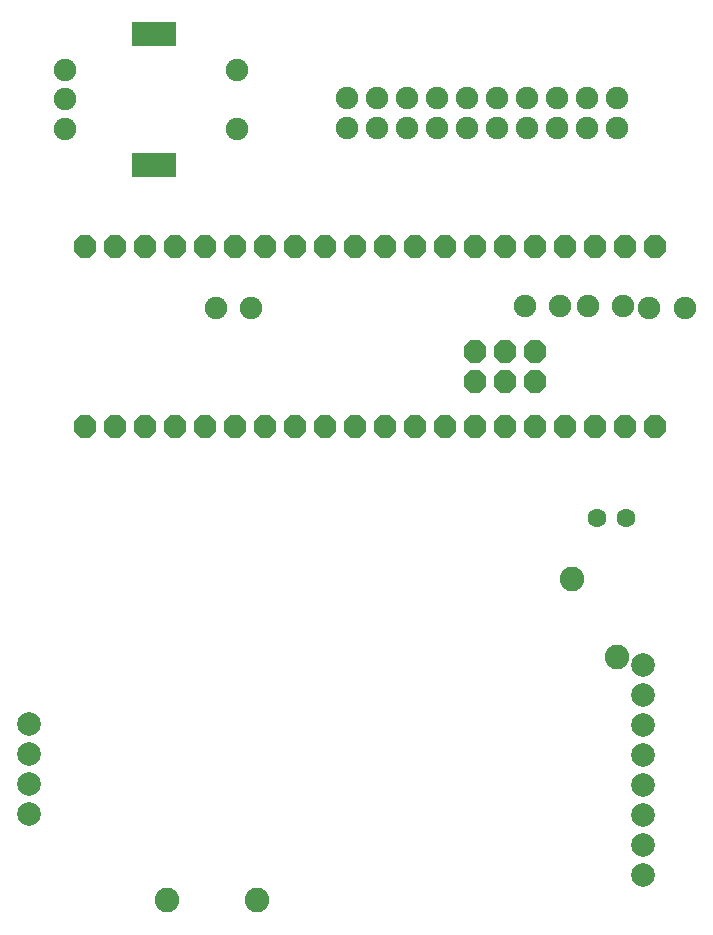
<source format=gts>
G04 Layer: TopSolderMaskLayer*
G04 EasyEDA v6.5.29, 2023-07-23 13:13:55*
G04 121b0214f77d4f04981b34128f4af4b8,e855215096054eb7bd5858a7ef804e70,10*
G04 Gerber Generator version 0.2*
G04 Scale: 100 percent, Rotated: No, Reflected: No *
G04 Dimensions in millimeters *
G04 leading zeros omitted , absolute positions ,4 integer and 5 decimal *
%FSLAX45Y45*%
%MOMM*%

%AMMACRO1*1,1,$1,$2,$3*1,1,$1,$4,$5*1,1,$1,0-$2,0-$3*1,1,$1,0-$4,0-$5*20,1,$1,$2,$3,$4,$5,0*20,1,$1,$4,$5,0-$2,0-$3,0*20,1,$1,0-$2,0-$3,0-$4,0-$5,0*20,1,$1,0-$4,0-$5,$2,$3,0*4,1,4,$2,$3,$4,$5,0-$2,0-$3,0-$4,0-$5,$2,$3,0*%
%ADD10C,1.9016*%
%ADD11C,1.6000*%
%ADD12C,2.0040*%
%ADD13C,2.0828*%
%ADD14C,1.9025*%
%ADD15MACRO1,0.1016X-1.7996X0.9995X1.7996X0.9995*%
%ADD16C,2.0840*%
%ADD17C,0.0163*%

%LPD*%
D10*
G01*
X2733713Y5990450D03*
G01*
X2433688Y5990450D03*
G01*
X5349913Y6003150D03*
G01*
X5049888Y6003150D03*
G01*
X5883313Y6003150D03*
G01*
X5583288Y6003150D03*
G01*
X6404013Y5990450D03*
G01*
X6103988Y5990450D03*
D11*
G01*
X5909094Y4212450D03*
G01*
X5659107Y4212450D03*
D12*
G01*
X6050800Y2967850D03*
G01*
X6050800Y2713850D03*
G01*
X6050800Y2459850D03*
G01*
X6050800Y2205850D03*
G01*
X6050800Y1951850D03*
G01*
X6050800Y1697850D03*
G01*
X6050800Y1443850D03*
G01*
X6050800Y1189850D03*
G01*
X850811Y2467851D03*
G01*
X850811Y2213851D03*
G01*
X850811Y1959851D03*
G01*
X850811Y1705851D03*
D13*
G01*
X2786900Y973950D03*
G01*
X2024900Y973950D03*
D14*
G01*
X1160030Y8004670D03*
G01*
X1160030Y7755750D03*
G01*
X1160030Y7506830D03*
G01*
X2610370Y7506830D03*
G01*
X2610370Y8004670D03*
D15*
G01*
X1909330Y8306930D03*
G01*
X1909330Y7204570D03*
D10*
G01*
X5834890Y7768462D03*
G01*
X5834890Y7514462D03*
G01*
X5580890Y7768462D03*
G01*
X5580890Y7514462D03*
G01*
X5326890Y7768462D03*
G01*
X5326890Y7514462D03*
G01*
X5072890Y7768462D03*
G01*
X5072890Y7514462D03*
G01*
X4818890Y7768462D03*
G01*
X4818890Y7514462D03*
G01*
X4564890Y7768462D03*
G01*
X4564890Y7514462D03*
G01*
X4310890Y7768462D03*
G01*
X4310890Y7514462D03*
G01*
X4056890Y7768462D03*
G01*
X4056890Y7514462D03*
G01*
X3802890Y7768462D03*
G01*
X3802890Y7514462D03*
G01*
X3548890Y7768462D03*
G01*
X3548890Y7514462D03*
G36*
X6115558Y6416802D02*
G01*
X6115469Y6416890D01*
X6114707Y6416890D01*
X6113183Y6417398D01*
X6112421Y6417906D01*
X6059157Y6471170D01*
X6058649Y6471932D01*
X6058141Y6473456D01*
X6058141Y6474218D01*
X6058154Y6474205D01*
X6058154Y6548120D01*
X6058141Y6548081D01*
X6058141Y6548843D01*
X6058649Y6550367D01*
X6059157Y6551129D01*
X6059665Y6551637D01*
X6059677Y6551676D01*
X6112002Y6604000D01*
X6112421Y6604393D01*
X6113183Y6604901D01*
X6114707Y6605409D01*
X6115469Y6605409D01*
X6115558Y6605523D01*
X6189218Y6605523D01*
X6189332Y6605409D01*
X6190094Y6605409D01*
X6191618Y6604901D01*
X6192380Y6604393D01*
X6192888Y6603885D01*
X6193027Y6604000D01*
X6245097Y6551676D01*
X6245110Y6551637D01*
X6245618Y6551129D01*
X6246126Y6550367D01*
X6246634Y6548843D01*
X6246634Y6548081D01*
X6246622Y6548120D01*
X6246622Y6474205D01*
X6246634Y6474218D01*
X6246634Y6473456D01*
X6246126Y6471932D01*
X6245618Y6471170D01*
X6245097Y6470650D01*
X6193027Y6418326D01*
X6192888Y6418414D01*
X6192380Y6417906D01*
X6191618Y6417398D01*
X6190094Y6416890D01*
X6189332Y6416890D01*
X6189218Y6416802D01*
G37*
G36*
X5861558Y6416802D02*
G01*
X5861469Y6416890D01*
X5860707Y6416890D01*
X5859183Y6417398D01*
X5858421Y6417906D01*
X5805157Y6471170D01*
X5804649Y6471932D01*
X5804141Y6473456D01*
X5804141Y6474218D01*
X5804154Y6474205D01*
X5804154Y6548120D01*
X5804141Y6548081D01*
X5804141Y6548843D01*
X5804649Y6550367D01*
X5805157Y6551129D01*
X5805665Y6551637D01*
X5805677Y6551676D01*
X5858002Y6604000D01*
X5858421Y6604393D01*
X5859183Y6604901D01*
X5860707Y6605409D01*
X5861469Y6605409D01*
X5861558Y6605523D01*
X5935218Y6605523D01*
X5935332Y6605409D01*
X5936094Y6605409D01*
X5937618Y6604901D01*
X5938380Y6604393D01*
X5938888Y6603885D01*
X5939027Y6604000D01*
X5991097Y6551676D01*
X5991136Y6551637D01*
X5991644Y6551129D01*
X5992152Y6550367D01*
X5992660Y6548843D01*
X5992660Y6548081D01*
X5992622Y6548120D01*
X5992622Y6474205D01*
X5992660Y6474218D01*
X5992660Y6473456D01*
X5992152Y6471932D01*
X5991644Y6471170D01*
X5991136Y6470662D01*
X5991097Y6470650D01*
X5939027Y6418326D01*
X5938888Y6418414D01*
X5938380Y6417906D01*
X5937618Y6417398D01*
X5936094Y6416890D01*
X5935332Y6416890D01*
X5935218Y6416802D01*
G37*
G36*
X5607558Y6416802D02*
G01*
X5607469Y6416890D01*
X5606707Y6416890D01*
X5605183Y6417398D01*
X5604421Y6417906D01*
X5551157Y6471170D01*
X5550649Y6471932D01*
X5550141Y6473456D01*
X5550141Y6474218D01*
X5550154Y6474205D01*
X5550154Y6548120D01*
X5550141Y6548081D01*
X5550141Y6548843D01*
X5550649Y6550367D01*
X5551157Y6551129D01*
X5551665Y6551637D01*
X5551677Y6551676D01*
X5604002Y6604000D01*
X5604421Y6604393D01*
X5605183Y6604901D01*
X5606707Y6605409D01*
X5607469Y6605409D01*
X5607558Y6605523D01*
X5681218Y6605523D01*
X5681332Y6605409D01*
X5682094Y6605409D01*
X5683618Y6604901D01*
X5684380Y6604393D01*
X5684888Y6603885D01*
X5685027Y6604000D01*
X5737097Y6551676D01*
X5737136Y6551637D01*
X5737644Y6551129D01*
X5738152Y6550367D01*
X5738660Y6548843D01*
X5738660Y6548081D01*
X5738622Y6548120D01*
X5738622Y6474205D01*
X5738660Y6474218D01*
X5738660Y6473456D01*
X5738152Y6471932D01*
X5737644Y6471170D01*
X5737136Y6470662D01*
X5737097Y6470650D01*
X5685027Y6418326D01*
X5684888Y6418414D01*
X5684380Y6417906D01*
X5683618Y6417398D01*
X5682094Y6416890D01*
X5681332Y6416890D01*
X5681218Y6416802D01*
G37*
G36*
X5353558Y6416802D02*
G01*
X5353469Y6416890D01*
X5352707Y6416890D01*
X5351183Y6417398D01*
X5350421Y6417906D01*
X5297157Y6471170D01*
X5296649Y6471932D01*
X5296141Y6473456D01*
X5296141Y6474218D01*
X5296154Y6474205D01*
X5296154Y6548120D01*
X5296141Y6548081D01*
X5296141Y6548843D01*
X5296649Y6550367D01*
X5297157Y6551129D01*
X5297665Y6551637D01*
X5297677Y6551676D01*
X5350002Y6604000D01*
X5350421Y6604393D01*
X5351183Y6604901D01*
X5352707Y6605409D01*
X5353469Y6605409D01*
X5353558Y6605523D01*
X5427218Y6605523D01*
X5427332Y6605409D01*
X5428094Y6605409D01*
X5429618Y6604901D01*
X5430380Y6604393D01*
X5430888Y6603885D01*
X5431027Y6604000D01*
X5483097Y6551676D01*
X5483136Y6551637D01*
X5483644Y6551129D01*
X5484152Y6550367D01*
X5484660Y6548843D01*
X5484660Y6548081D01*
X5484622Y6548120D01*
X5484622Y6474205D01*
X5484660Y6474218D01*
X5484660Y6473456D01*
X5484152Y6471932D01*
X5483644Y6471170D01*
X5483136Y6470662D01*
X5483097Y6470650D01*
X5431027Y6418326D01*
X5430888Y6418414D01*
X5430380Y6417906D01*
X5429618Y6417398D01*
X5428094Y6416890D01*
X5427332Y6416890D01*
X5427218Y6416802D01*
G37*
G36*
X5099558Y6416802D02*
G01*
X5099469Y6416890D01*
X5098707Y6416890D01*
X5097183Y6417398D01*
X5096421Y6417906D01*
X5043157Y6471170D01*
X5042649Y6471932D01*
X5042141Y6473456D01*
X5042141Y6474218D01*
X5042154Y6474205D01*
X5042154Y6548120D01*
X5042141Y6548081D01*
X5042141Y6548843D01*
X5042649Y6550367D01*
X5043157Y6551129D01*
X5043665Y6551637D01*
X5043677Y6551676D01*
X5096002Y6604000D01*
X5096421Y6604393D01*
X5097183Y6604901D01*
X5098707Y6605409D01*
X5099469Y6605409D01*
X5099558Y6605523D01*
X5173218Y6605523D01*
X5173332Y6605409D01*
X5174094Y6605409D01*
X5175618Y6604901D01*
X5176380Y6604393D01*
X5176888Y6603885D01*
X5177027Y6604000D01*
X5229097Y6551676D01*
X5229136Y6551637D01*
X5229644Y6551129D01*
X5230152Y6550367D01*
X5230660Y6548843D01*
X5230660Y6548081D01*
X5230622Y6548120D01*
X5230622Y6474205D01*
X5230660Y6474218D01*
X5230660Y6473456D01*
X5230152Y6471932D01*
X5229644Y6471170D01*
X5229136Y6470662D01*
X5229097Y6470650D01*
X5177027Y6418326D01*
X5176888Y6418414D01*
X5176380Y6417906D01*
X5175618Y6417398D01*
X5174094Y6416890D01*
X5173332Y6416890D01*
X5173218Y6416802D01*
G37*
G36*
X4845558Y6416802D02*
G01*
X4845469Y6416890D01*
X4844707Y6416890D01*
X4843183Y6417398D01*
X4842421Y6417906D01*
X4789157Y6471170D01*
X4788649Y6471932D01*
X4788141Y6473456D01*
X4788141Y6474218D01*
X4788154Y6474205D01*
X4788154Y6548120D01*
X4788141Y6548081D01*
X4788141Y6548843D01*
X4788649Y6550367D01*
X4789157Y6551129D01*
X4789665Y6551637D01*
X4789677Y6551676D01*
X4842002Y6604000D01*
X4842421Y6604393D01*
X4843183Y6604901D01*
X4844707Y6605409D01*
X4845469Y6605409D01*
X4845558Y6605523D01*
X4919218Y6605523D01*
X4919332Y6605409D01*
X4920094Y6605409D01*
X4921618Y6604901D01*
X4922380Y6604393D01*
X4922888Y6603885D01*
X4923027Y6604000D01*
X4975097Y6551676D01*
X4975136Y6551637D01*
X4975644Y6551129D01*
X4976152Y6550367D01*
X4976660Y6548843D01*
X4976660Y6548081D01*
X4976622Y6548120D01*
X4976622Y6474205D01*
X4976660Y6474218D01*
X4976660Y6473456D01*
X4976152Y6471932D01*
X4975644Y6471170D01*
X4975136Y6470662D01*
X4975097Y6470650D01*
X4923027Y6418326D01*
X4922888Y6418414D01*
X4922380Y6417906D01*
X4921618Y6417398D01*
X4920094Y6416890D01*
X4919332Y6416890D01*
X4919218Y6416802D01*
G37*
G36*
X4591558Y6416802D02*
G01*
X4591469Y6416890D01*
X4590707Y6416890D01*
X4589183Y6417398D01*
X4588421Y6417906D01*
X4535157Y6471170D01*
X4534649Y6471932D01*
X4534141Y6473456D01*
X4534141Y6474218D01*
X4534154Y6474205D01*
X4534154Y6548120D01*
X4534141Y6548081D01*
X4534141Y6548843D01*
X4534649Y6550367D01*
X4535157Y6551129D01*
X4535665Y6551637D01*
X4535677Y6551676D01*
X4588002Y6604000D01*
X4588421Y6604393D01*
X4589183Y6604901D01*
X4590707Y6605409D01*
X4591469Y6605409D01*
X4591558Y6605523D01*
X4665218Y6605523D01*
X4665332Y6605409D01*
X4666094Y6605409D01*
X4667618Y6604901D01*
X4668380Y6604393D01*
X4668888Y6603885D01*
X4669027Y6604000D01*
X4721097Y6551676D01*
X4721136Y6551637D01*
X4721644Y6551129D01*
X4722152Y6550367D01*
X4722660Y6548843D01*
X4722660Y6548081D01*
X4722622Y6548120D01*
X4722622Y6474205D01*
X4722660Y6474218D01*
X4722660Y6473456D01*
X4722152Y6471932D01*
X4721644Y6471170D01*
X4721136Y6470662D01*
X4721097Y6470650D01*
X4669027Y6418326D01*
X4668888Y6418414D01*
X4668380Y6417906D01*
X4667618Y6417398D01*
X4666094Y6416890D01*
X4665332Y6416890D01*
X4665218Y6416802D01*
G37*
G36*
X4337558Y6416802D02*
G01*
X4337469Y6416890D01*
X4336707Y6416890D01*
X4335183Y6417398D01*
X4334421Y6417906D01*
X4281157Y6471170D01*
X4280649Y6471932D01*
X4280141Y6473456D01*
X4280141Y6474218D01*
X4280154Y6474205D01*
X4280154Y6548120D01*
X4280141Y6548081D01*
X4280141Y6548843D01*
X4280649Y6550367D01*
X4281157Y6551129D01*
X4281665Y6551637D01*
X4281677Y6551676D01*
X4334002Y6604000D01*
X4334421Y6604393D01*
X4335183Y6604901D01*
X4336707Y6605409D01*
X4337469Y6605409D01*
X4337558Y6605523D01*
X4411218Y6605523D01*
X4411332Y6605409D01*
X4412094Y6605409D01*
X4413618Y6604901D01*
X4414380Y6604393D01*
X4414888Y6603885D01*
X4415027Y6604000D01*
X4467097Y6551676D01*
X4467136Y6551637D01*
X4467644Y6551129D01*
X4468152Y6550367D01*
X4468660Y6548843D01*
X4468660Y6548081D01*
X4468622Y6548120D01*
X4468622Y6474205D01*
X4468660Y6474218D01*
X4468660Y6473456D01*
X4468152Y6471932D01*
X4467644Y6471170D01*
X4467136Y6470662D01*
X4467097Y6470650D01*
X4415027Y6418326D01*
X4414888Y6418414D01*
X4414380Y6417906D01*
X4413618Y6417398D01*
X4412094Y6416890D01*
X4411332Y6416890D01*
X4411218Y6416802D01*
G37*
G36*
X4083558Y6416802D02*
G01*
X4083469Y6416890D01*
X4082707Y6416890D01*
X4081183Y6417398D01*
X4080421Y6417906D01*
X4027157Y6471170D01*
X4026649Y6471932D01*
X4026141Y6473456D01*
X4026141Y6474218D01*
X4026154Y6474205D01*
X4026154Y6548120D01*
X4026141Y6548081D01*
X4026141Y6548843D01*
X4026649Y6550367D01*
X4027157Y6551129D01*
X4027665Y6551637D01*
X4027677Y6551676D01*
X4080002Y6604000D01*
X4080421Y6604393D01*
X4081183Y6604901D01*
X4082707Y6605409D01*
X4083469Y6605409D01*
X4083558Y6605523D01*
X4157218Y6605523D01*
X4157332Y6605409D01*
X4158094Y6605409D01*
X4159618Y6604901D01*
X4160380Y6604393D01*
X4160888Y6603885D01*
X4161027Y6604000D01*
X4213097Y6551676D01*
X4213136Y6551637D01*
X4213644Y6551129D01*
X4214152Y6550367D01*
X4214660Y6548843D01*
X4214660Y6548081D01*
X4214622Y6548120D01*
X4214622Y6474205D01*
X4214660Y6474218D01*
X4214660Y6473456D01*
X4214152Y6471932D01*
X4213644Y6471170D01*
X4213136Y6470662D01*
X4213097Y6470650D01*
X4161027Y6418326D01*
X4160888Y6418414D01*
X4160380Y6417906D01*
X4159618Y6417398D01*
X4158094Y6416890D01*
X4157332Y6416890D01*
X4157218Y6416802D01*
G37*
G36*
X3829558Y6416802D02*
G01*
X3829469Y6416890D01*
X3828707Y6416890D01*
X3827183Y6417398D01*
X3826421Y6417906D01*
X3773157Y6471170D01*
X3772649Y6471932D01*
X3772141Y6473456D01*
X3772141Y6474218D01*
X3772154Y6474205D01*
X3772154Y6548120D01*
X3772141Y6548081D01*
X3772141Y6548843D01*
X3772649Y6550367D01*
X3773157Y6551129D01*
X3773665Y6551637D01*
X3773677Y6551676D01*
X3826002Y6604000D01*
X3826421Y6604393D01*
X3827183Y6604901D01*
X3828707Y6605409D01*
X3829469Y6605409D01*
X3829558Y6605523D01*
X3903218Y6605523D01*
X3903332Y6605409D01*
X3904094Y6605409D01*
X3905618Y6604901D01*
X3906380Y6604393D01*
X3906888Y6603885D01*
X3907027Y6604000D01*
X3959097Y6551676D01*
X3959136Y6551637D01*
X3959644Y6551129D01*
X3960152Y6550367D01*
X3960660Y6548843D01*
X3960660Y6548081D01*
X3960622Y6548120D01*
X3960622Y6474205D01*
X3960660Y6474218D01*
X3960660Y6473456D01*
X3960152Y6471932D01*
X3959644Y6471170D01*
X3959136Y6470662D01*
X3959097Y6470650D01*
X3907027Y6418326D01*
X3906888Y6418414D01*
X3906380Y6417906D01*
X3905618Y6417398D01*
X3904094Y6416890D01*
X3903332Y6416890D01*
X3903218Y6416802D01*
G37*
G36*
X3575558Y6416802D02*
G01*
X3575469Y6416890D01*
X3574707Y6416890D01*
X3573183Y6417398D01*
X3572421Y6417906D01*
X3519157Y6471170D01*
X3518649Y6471932D01*
X3518141Y6473456D01*
X3518141Y6474218D01*
X3518154Y6474205D01*
X3518154Y6548120D01*
X3518141Y6548081D01*
X3518141Y6548843D01*
X3518649Y6550367D01*
X3519157Y6551129D01*
X3519665Y6551637D01*
X3519677Y6551676D01*
X3572002Y6604000D01*
X3572421Y6604393D01*
X3573183Y6604901D01*
X3574707Y6605409D01*
X3575469Y6605409D01*
X3575558Y6605523D01*
X3649218Y6605523D01*
X3649332Y6605409D01*
X3650094Y6605409D01*
X3651618Y6604901D01*
X3652380Y6604393D01*
X3652888Y6603885D01*
X3653027Y6604000D01*
X3705097Y6551676D01*
X3705136Y6551637D01*
X3705644Y6551129D01*
X3706152Y6550367D01*
X3706660Y6548843D01*
X3706660Y6548081D01*
X3706622Y6548120D01*
X3706622Y6474205D01*
X3706660Y6474218D01*
X3706660Y6473456D01*
X3706152Y6471932D01*
X3705644Y6471170D01*
X3705136Y6470662D01*
X3705097Y6470650D01*
X3653027Y6418326D01*
X3652888Y6418414D01*
X3652380Y6417906D01*
X3651618Y6417398D01*
X3650094Y6416890D01*
X3649332Y6416890D01*
X3649218Y6416802D01*
G37*
G36*
X3321558Y6416802D02*
G01*
X3321469Y6416890D01*
X3320707Y6416890D01*
X3319183Y6417398D01*
X3318421Y6417906D01*
X3265157Y6471170D01*
X3264649Y6471932D01*
X3264141Y6473456D01*
X3264141Y6474218D01*
X3264154Y6474205D01*
X3264154Y6548120D01*
X3264141Y6548081D01*
X3264141Y6548843D01*
X3264649Y6550367D01*
X3265157Y6551129D01*
X3265665Y6551637D01*
X3265677Y6551676D01*
X3318002Y6604000D01*
X3318421Y6604393D01*
X3319183Y6604901D01*
X3320707Y6605409D01*
X3321469Y6605409D01*
X3321558Y6605523D01*
X3395218Y6605523D01*
X3395332Y6605409D01*
X3396094Y6605409D01*
X3397618Y6604901D01*
X3398380Y6604393D01*
X3398888Y6603885D01*
X3399027Y6604000D01*
X3451097Y6551676D01*
X3451136Y6551637D01*
X3451644Y6551129D01*
X3452152Y6550367D01*
X3452660Y6548843D01*
X3452660Y6548081D01*
X3452622Y6548120D01*
X3452622Y6474205D01*
X3452660Y6474218D01*
X3452660Y6473456D01*
X3452152Y6471932D01*
X3451644Y6471170D01*
X3451136Y6470662D01*
X3451097Y6470650D01*
X3399027Y6418326D01*
X3398888Y6418414D01*
X3398380Y6417906D01*
X3397618Y6417398D01*
X3396094Y6416890D01*
X3395332Y6416890D01*
X3395218Y6416802D01*
G37*
G36*
X3067558Y6416802D02*
G01*
X3067469Y6416890D01*
X3066707Y6416890D01*
X3065183Y6417398D01*
X3064421Y6417906D01*
X3011157Y6471170D01*
X3010649Y6471932D01*
X3010141Y6473456D01*
X3010141Y6474218D01*
X3010154Y6474205D01*
X3010154Y6548120D01*
X3010141Y6548081D01*
X3010141Y6548843D01*
X3010649Y6550367D01*
X3011157Y6551129D01*
X3011665Y6551637D01*
X3011677Y6551676D01*
X3064002Y6604000D01*
X3064421Y6604393D01*
X3065183Y6604901D01*
X3066707Y6605409D01*
X3067469Y6605409D01*
X3067558Y6605523D01*
X3141218Y6605523D01*
X3141332Y6605409D01*
X3142094Y6605409D01*
X3143618Y6604901D01*
X3144380Y6604393D01*
X3144888Y6603885D01*
X3145027Y6604000D01*
X3197097Y6551676D01*
X3197136Y6551637D01*
X3197644Y6551129D01*
X3198152Y6550367D01*
X3198660Y6548843D01*
X3198660Y6548081D01*
X3198622Y6548120D01*
X3198622Y6474205D01*
X3198660Y6474218D01*
X3198660Y6473456D01*
X3198152Y6471932D01*
X3197644Y6471170D01*
X3197136Y6470662D01*
X3197097Y6470650D01*
X3145027Y6418326D01*
X3144888Y6418414D01*
X3144380Y6417906D01*
X3143618Y6417398D01*
X3142094Y6416890D01*
X3141332Y6416890D01*
X3141218Y6416802D01*
G37*
G36*
X2813558Y6416802D02*
G01*
X2813469Y6416890D01*
X2812707Y6416890D01*
X2811183Y6417398D01*
X2810421Y6417906D01*
X2757157Y6471170D01*
X2756649Y6471932D01*
X2756141Y6473456D01*
X2756141Y6474218D01*
X2756154Y6474205D01*
X2756154Y6548120D01*
X2756141Y6548081D01*
X2756141Y6548843D01*
X2756649Y6550367D01*
X2757157Y6551129D01*
X2757665Y6551637D01*
X2757677Y6551676D01*
X2810002Y6604000D01*
X2810421Y6604393D01*
X2811183Y6604901D01*
X2812707Y6605409D01*
X2813469Y6605409D01*
X2813558Y6605523D01*
X2887218Y6605523D01*
X2887332Y6605409D01*
X2888094Y6605409D01*
X2889618Y6604901D01*
X2890380Y6604393D01*
X2890888Y6603885D01*
X2891027Y6604000D01*
X2943097Y6551676D01*
X2943136Y6551637D01*
X2943644Y6551129D01*
X2944152Y6550367D01*
X2944660Y6548843D01*
X2944660Y6548081D01*
X2944622Y6548120D01*
X2944622Y6474205D01*
X2944660Y6474218D01*
X2944660Y6473456D01*
X2944152Y6471932D01*
X2943644Y6471170D01*
X2943136Y6470662D01*
X2943097Y6470650D01*
X2891027Y6418326D01*
X2890888Y6418414D01*
X2890380Y6417906D01*
X2889618Y6417398D01*
X2888094Y6416890D01*
X2887332Y6416890D01*
X2887218Y6416802D01*
G37*
G36*
X2559558Y6416802D02*
G01*
X2559469Y6416890D01*
X2558707Y6416890D01*
X2557183Y6417398D01*
X2556421Y6417906D01*
X2503157Y6471170D01*
X2502649Y6471932D01*
X2502141Y6473456D01*
X2502141Y6474218D01*
X2502154Y6474205D01*
X2502154Y6548120D01*
X2502141Y6548081D01*
X2502141Y6548843D01*
X2502649Y6550367D01*
X2503157Y6551129D01*
X2503665Y6551637D01*
X2503677Y6551676D01*
X2556002Y6604000D01*
X2556421Y6604393D01*
X2557183Y6604901D01*
X2558707Y6605409D01*
X2559469Y6605409D01*
X2559558Y6605523D01*
X2633218Y6605523D01*
X2633332Y6605409D01*
X2634094Y6605409D01*
X2635618Y6604901D01*
X2636380Y6604393D01*
X2636888Y6603885D01*
X2637027Y6604000D01*
X2689097Y6551676D01*
X2689136Y6551637D01*
X2689644Y6551129D01*
X2690152Y6550367D01*
X2690660Y6548843D01*
X2690660Y6548081D01*
X2690622Y6548120D01*
X2690622Y6474205D01*
X2690660Y6474218D01*
X2690660Y6473456D01*
X2690152Y6471932D01*
X2689644Y6471170D01*
X2689136Y6470662D01*
X2689097Y6470650D01*
X2637027Y6418326D01*
X2636888Y6418414D01*
X2636380Y6417906D01*
X2635618Y6417398D01*
X2634094Y6416890D01*
X2633332Y6416890D01*
X2633218Y6416802D01*
G37*
G36*
X2305558Y6416802D02*
G01*
X2305469Y6416890D01*
X2304707Y6416890D01*
X2303183Y6417398D01*
X2302421Y6417906D01*
X2249157Y6471170D01*
X2248649Y6471932D01*
X2248141Y6473456D01*
X2248141Y6474218D01*
X2248154Y6474205D01*
X2248154Y6548120D01*
X2248141Y6548081D01*
X2248141Y6548843D01*
X2248649Y6550367D01*
X2249157Y6551129D01*
X2249665Y6551637D01*
X2249677Y6551676D01*
X2302002Y6604000D01*
X2302421Y6604393D01*
X2303183Y6604901D01*
X2304707Y6605409D01*
X2305469Y6605409D01*
X2305558Y6605523D01*
X2379218Y6605523D01*
X2379332Y6605409D01*
X2380094Y6605409D01*
X2381618Y6604901D01*
X2382380Y6604393D01*
X2382888Y6603885D01*
X2383027Y6604000D01*
X2435097Y6551676D01*
X2435136Y6551637D01*
X2435644Y6551129D01*
X2436152Y6550367D01*
X2436660Y6548843D01*
X2436660Y6548081D01*
X2436622Y6548120D01*
X2436622Y6474205D01*
X2436660Y6474218D01*
X2436660Y6473456D01*
X2436152Y6471932D01*
X2435644Y6471170D01*
X2435136Y6470662D01*
X2435097Y6470650D01*
X2383027Y6418326D01*
X2382888Y6418414D01*
X2382380Y6417906D01*
X2381618Y6417398D01*
X2380094Y6416890D01*
X2379332Y6416890D01*
X2379218Y6416802D01*
G37*
G36*
X2051558Y6416802D02*
G01*
X2051469Y6416890D01*
X2050707Y6416890D01*
X2049183Y6417398D01*
X2048421Y6417906D01*
X1995157Y6471170D01*
X1994649Y6471932D01*
X1994141Y6473456D01*
X1994141Y6474218D01*
X1994154Y6474205D01*
X1994154Y6548120D01*
X1994141Y6548081D01*
X1994141Y6548843D01*
X1994649Y6550367D01*
X1995157Y6551129D01*
X1995665Y6551637D01*
X1995677Y6551676D01*
X2048002Y6604000D01*
X2048421Y6604393D01*
X2049183Y6604901D01*
X2050707Y6605409D01*
X2051469Y6605409D01*
X2051558Y6605523D01*
X2125218Y6605523D01*
X2125332Y6605409D01*
X2126094Y6605409D01*
X2127618Y6604901D01*
X2128380Y6604393D01*
X2128888Y6603885D01*
X2129027Y6604000D01*
X2181097Y6551676D01*
X2181136Y6551637D01*
X2181644Y6551129D01*
X2182152Y6550367D01*
X2182660Y6548843D01*
X2182660Y6548081D01*
X2182622Y6548120D01*
X2182622Y6474205D01*
X2182660Y6474218D01*
X2182660Y6473456D01*
X2182152Y6471932D01*
X2181644Y6471170D01*
X2181136Y6470662D01*
X2181097Y6470650D01*
X2129027Y6418326D01*
X2128888Y6418414D01*
X2128380Y6417906D01*
X2127618Y6417398D01*
X2126094Y6416890D01*
X2125332Y6416890D01*
X2125218Y6416802D01*
G37*
G36*
X1797557Y6416802D02*
G01*
X1797469Y6416890D01*
X1796707Y6416890D01*
X1795183Y6417398D01*
X1794421Y6417906D01*
X1793913Y6418414D01*
X1794002Y6418326D01*
X1741157Y6471170D01*
X1740649Y6471932D01*
X1740141Y6473456D01*
X1740141Y6474218D01*
X1740154Y6474205D01*
X1740154Y6548120D01*
X1740141Y6548081D01*
X1740141Y6548843D01*
X1740649Y6550367D01*
X1741157Y6551129D01*
X1741665Y6551637D01*
X1741678Y6551676D01*
X1794002Y6604000D01*
X1794421Y6604393D01*
X1795183Y6604901D01*
X1796707Y6605409D01*
X1797469Y6605409D01*
X1797557Y6605523D01*
X1871218Y6605523D01*
X1871332Y6605409D01*
X1872094Y6605409D01*
X1873618Y6604901D01*
X1874380Y6604393D01*
X1874888Y6603885D01*
X1875028Y6604000D01*
X1927097Y6551676D01*
X1927136Y6551637D01*
X1927644Y6551129D01*
X1928152Y6550367D01*
X1928660Y6548843D01*
X1928660Y6548081D01*
X1928621Y6548120D01*
X1928621Y6474205D01*
X1928660Y6474218D01*
X1928660Y6473456D01*
X1928152Y6471932D01*
X1927644Y6471170D01*
X1927136Y6470662D01*
X1927097Y6470650D01*
X1875028Y6418326D01*
X1874888Y6418414D01*
X1874380Y6417906D01*
X1873618Y6417398D01*
X1872094Y6416890D01*
X1871332Y6416890D01*
X1871218Y6416802D01*
G37*
G36*
X1543557Y6416802D02*
G01*
X1543469Y6416890D01*
X1542707Y6416890D01*
X1541183Y6417398D01*
X1540421Y6417906D01*
X1539913Y6418414D01*
X1540002Y6418326D01*
X1487157Y6471170D01*
X1486649Y6471932D01*
X1486141Y6473456D01*
X1486141Y6474218D01*
X1486154Y6474205D01*
X1486154Y6548120D01*
X1486141Y6548081D01*
X1486141Y6548843D01*
X1486649Y6550367D01*
X1487157Y6551129D01*
X1487665Y6551637D01*
X1487678Y6551676D01*
X1540002Y6604000D01*
X1540421Y6604393D01*
X1541183Y6604901D01*
X1542707Y6605409D01*
X1543469Y6605409D01*
X1543557Y6605523D01*
X1617218Y6605523D01*
X1617332Y6605409D01*
X1618094Y6605409D01*
X1619618Y6604901D01*
X1620380Y6604393D01*
X1620888Y6603885D01*
X1621028Y6604000D01*
X1673097Y6551676D01*
X1673136Y6551637D01*
X1673644Y6551129D01*
X1674152Y6550367D01*
X1674660Y6548843D01*
X1674660Y6548081D01*
X1674621Y6548120D01*
X1674621Y6474205D01*
X1674660Y6474218D01*
X1674660Y6473456D01*
X1674152Y6471932D01*
X1673644Y6471170D01*
X1673136Y6470662D01*
X1673097Y6470650D01*
X1621028Y6418326D01*
X1620888Y6418414D01*
X1620380Y6417906D01*
X1619618Y6417398D01*
X1618094Y6416890D01*
X1617332Y6416890D01*
X1617218Y6416802D01*
G37*
G36*
X1289557Y6416802D02*
G01*
X1289469Y6416890D01*
X1288707Y6416890D01*
X1287183Y6417398D01*
X1286421Y6417906D01*
X1285913Y6418414D01*
X1286002Y6418326D01*
X1233157Y6471170D01*
X1232649Y6471932D01*
X1232141Y6473456D01*
X1232141Y6474218D01*
X1232154Y6474205D01*
X1232154Y6548120D01*
X1232141Y6548081D01*
X1232141Y6548843D01*
X1232649Y6550367D01*
X1233157Y6551129D01*
X1233665Y6551637D01*
X1233678Y6551676D01*
X1286002Y6604000D01*
X1286421Y6604393D01*
X1287183Y6604901D01*
X1288707Y6605409D01*
X1289469Y6605409D01*
X1289557Y6605523D01*
X1363218Y6605523D01*
X1363332Y6605409D01*
X1364094Y6605409D01*
X1365618Y6604901D01*
X1366380Y6604393D01*
X1366888Y6603885D01*
X1367028Y6604000D01*
X1419097Y6551676D01*
X1419136Y6551637D01*
X1419644Y6551129D01*
X1420152Y6550367D01*
X1420660Y6548843D01*
X1420660Y6548081D01*
X1420621Y6548120D01*
X1420621Y6474205D01*
X1420660Y6474218D01*
X1420660Y6473456D01*
X1420152Y6471932D01*
X1419644Y6471170D01*
X1419136Y6470662D01*
X1419097Y6470650D01*
X1367028Y6418326D01*
X1366888Y6418414D01*
X1366380Y6417906D01*
X1365618Y6417398D01*
X1364094Y6416890D01*
X1363332Y6416890D01*
X1363218Y6416802D01*
G37*
G36*
X6115558Y4892802D02*
G01*
X6115469Y4892890D01*
X6114707Y4892890D01*
X6113183Y4893398D01*
X6112421Y4893906D01*
X6059157Y4947170D01*
X6058649Y4947932D01*
X6058141Y4949456D01*
X6058141Y4950218D01*
X6058154Y4950205D01*
X6058154Y5024120D01*
X6058141Y5024081D01*
X6058141Y5024843D01*
X6058649Y5026367D01*
X6059157Y5027129D01*
X6059665Y5027637D01*
X6059677Y5027676D01*
X6112002Y5080000D01*
X6112421Y5080393D01*
X6113183Y5080901D01*
X6114707Y5081409D01*
X6115469Y5081409D01*
X6115558Y5081523D01*
X6189218Y5081523D01*
X6189332Y5081409D01*
X6190094Y5081409D01*
X6191618Y5080901D01*
X6192380Y5080393D01*
X6192888Y5079885D01*
X6193027Y5080000D01*
X6245097Y5027676D01*
X6245110Y5027637D01*
X6245618Y5027129D01*
X6246126Y5026367D01*
X6246634Y5024843D01*
X6246634Y5024081D01*
X6246622Y5024120D01*
X6246622Y4950205D01*
X6246634Y4950218D01*
X6246634Y4949456D01*
X6246126Y4947932D01*
X6245618Y4947170D01*
X6245097Y4946650D01*
X6193027Y4894326D01*
X6192888Y4894414D01*
X6192380Y4893906D01*
X6191618Y4893398D01*
X6190094Y4892890D01*
X6189332Y4892890D01*
X6189218Y4892802D01*
G37*
G36*
X5861558Y4892802D02*
G01*
X5861469Y4892890D01*
X5860707Y4892890D01*
X5859183Y4893398D01*
X5858421Y4893906D01*
X5805157Y4947170D01*
X5804649Y4947932D01*
X5804141Y4949456D01*
X5804141Y4950218D01*
X5804154Y4950205D01*
X5804154Y5024120D01*
X5804141Y5024081D01*
X5804141Y5024843D01*
X5804649Y5026367D01*
X5805157Y5027129D01*
X5805665Y5027637D01*
X5805677Y5027676D01*
X5858002Y5080000D01*
X5858421Y5080393D01*
X5859183Y5080901D01*
X5860707Y5081409D01*
X5861469Y5081409D01*
X5861558Y5081523D01*
X5935218Y5081523D01*
X5935332Y5081409D01*
X5936094Y5081409D01*
X5937618Y5080901D01*
X5938380Y5080393D01*
X5938888Y5079885D01*
X5939027Y5080000D01*
X5991097Y5027676D01*
X5991136Y5027637D01*
X5991644Y5027129D01*
X5992152Y5026367D01*
X5992660Y5024843D01*
X5992660Y5024081D01*
X5992622Y5024120D01*
X5992622Y4950205D01*
X5992660Y4950218D01*
X5992660Y4949456D01*
X5992152Y4947932D01*
X5991644Y4947170D01*
X5991136Y4946662D01*
X5991097Y4946650D01*
X5939027Y4894326D01*
X5938888Y4894414D01*
X5938380Y4893906D01*
X5937618Y4893398D01*
X5936094Y4892890D01*
X5935332Y4892890D01*
X5935218Y4892802D01*
G37*
G36*
X5607558Y4892802D02*
G01*
X5607469Y4892890D01*
X5606707Y4892890D01*
X5605183Y4893398D01*
X5604421Y4893906D01*
X5551157Y4947170D01*
X5550649Y4947932D01*
X5550141Y4949456D01*
X5550141Y4950218D01*
X5550154Y4950205D01*
X5550154Y5024120D01*
X5550141Y5024081D01*
X5550141Y5024843D01*
X5550649Y5026367D01*
X5551157Y5027129D01*
X5551665Y5027637D01*
X5551677Y5027676D01*
X5604002Y5080000D01*
X5604421Y5080393D01*
X5605183Y5080901D01*
X5606707Y5081409D01*
X5607469Y5081409D01*
X5607558Y5081523D01*
X5681218Y5081523D01*
X5681332Y5081409D01*
X5682094Y5081409D01*
X5683618Y5080901D01*
X5684380Y5080393D01*
X5684888Y5079885D01*
X5685027Y5080000D01*
X5737097Y5027676D01*
X5737136Y5027637D01*
X5737644Y5027129D01*
X5738152Y5026367D01*
X5738660Y5024843D01*
X5738660Y5024081D01*
X5738622Y5024120D01*
X5738622Y4950205D01*
X5738660Y4950218D01*
X5738660Y4949456D01*
X5738152Y4947932D01*
X5737644Y4947170D01*
X5737136Y4946662D01*
X5737097Y4946650D01*
X5685027Y4894326D01*
X5684888Y4894414D01*
X5684380Y4893906D01*
X5683618Y4893398D01*
X5682094Y4892890D01*
X5681332Y4892890D01*
X5681218Y4892802D01*
G37*
G36*
X5353558Y4892802D02*
G01*
X5353469Y4892890D01*
X5352707Y4892890D01*
X5351183Y4893398D01*
X5350421Y4893906D01*
X5297157Y4947170D01*
X5296649Y4947932D01*
X5296141Y4949456D01*
X5296141Y4950218D01*
X5296154Y4950205D01*
X5296154Y5024120D01*
X5296141Y5024081D01*
X5296141Y5024843D01*
X5296649Y5026367D01*
X5297157Y5027129D01*
X5297665Y5027637D01*
X5297677Y5027676D01*
X5350002Y5080000D01*
X5350421Y5080393D01*
X5351183Y5080901D01*
X5352707Y5081409D01*
X5353469Y5081409D01*
X5353558Y5081523D01*
X5427218Y5081523D01*
X5427332Y5081409D01*
X5428094Y5081409D01*
X5429618Y5080901D01*
X5430380Y5080393D01*
X5430888Y5079885D01*
X5431027Y5080000D01*
X5483097Y5027676D01*
X5483136Y5027637D01*
X5483644Y5027129D01*
X5484152Y5026367D01*
X5484660Y5024843D01*
X5484660Y5024081D01*
X5484622Y5024120D01*
X5484622Y4950205D01*
X5484660Y4950218D01*
X5484660Y4949456D01*
X5484152Y4947932D01*
X5483644Y4947170D01*
X5483136Y4946662D01*
X5483097Y4946650D01*
X5431027Y4894326D01*
X5430888Y4894414D01*
X5430380Y4893906D01*
X5429618Y4893398D01*
X5428094Y4892890D01*
X5427332Y4892890D01*
X5427218Y4892802D01*
G37*
G36*
X5099558Y4892802D02*
G01*
X5099469Y4892890D01*
X5098707Y4892890D01*
X5097183Y4893398D01*
X5096421Y4893906D01*
X5043157Y4947170D01*
X5042649Y4947932D01*
X5042141Y4949456D01*
X5042141Y4950218D01*
X5042154Y4950205D01*
X5042154Y5024120D01*
X5042141Y5024081D01*
X5042141Y5024843D01*
X5042649Y5026367D01*
X5043157Y5027129D01*
X5043665Y5027637D01*
X5043677Y5027676D01*
X5096002Y5080000D01*
X5096421Y5080393D01*
X5097183Y5080901D01*
X5098707Y5081409D01*
X5099469Y5081409D01*
X5099558Y5081523D01*
X5173218Y5081523D01*
X5173332Y5081409D01*
X5174094Y5081409D01*
X5175618Y5080901D01*
X5176380Y5080393D01*
X5176888Y5079885D01*
X5177027Y5080000D01*
X5229097Y5027676D01*
X5229136Y5027637D01*
X5229644Y5027129D01*
X5230152Y5026367D01*
X5230660Y5024843D01*
X5230660Y5024081D01*
X5230622Y5024120D01*
X5230622Y4950205D01*
X5230660Y4950218D01*
X5230660Y4949456D01*
X5230152Y4947932D01*
X5229644Y4947170D01*
X5229136Y4946662D01*
X5229097Y4946650D01*
X5177027Y4894326D01*
X5176888Y4894414D01*
X5176380Y4893906D01*
X5175618Y4893398D01*
X5174094Y4892890D01*
X5173332Y4892890D01*
X5173218Y4892802D01*
G37*
G36*
X4845558Y4892802D02*
G01*
X4845469Y4892890D01*
X4844707Y4892890D01*
X4843183Y4893398D01*
X4842421Y4893906D01*
X4789157Y4947170D01*
X4788649Y4947932D01*
X4788141Y4949456D01*
X4788141Y4950218D01*
X4788154Y4950205D01*
X4788154Y5024120D01*
X4788141Y5024081D01*
X4788141Y5024843D01*
X4788649Y5026367D01*
X4789157Y5027129D01*
X4789665Y5027637D01*
X4789677Y5027676D01*
X4842002Y5080000D01*
X4842421Y5080393D01*
X4843183Y5080901D01*
X4844707Y5081409D01*
X4845469Y5081409D01*
X4845558Y5081523D01*
X4919218Y5081523D01*
X4919332Y5081409D01*
X4920094Y5081409D01*
X4921618Y5080901D01*
X4922380Y5080393D01*
X4922888Y5079885D01*
X4923027Y5080000D01*
X4975097Y5027676D01*
X4975136Y5027637D01*
X4975644Y5027129D01*
X4976152Y5026367D01*
X4976660Y5024843D01*
X4976660Y5024081D01*
X4976622Y5024120D01*
X4976622Y4950205D01*
X4976660Y4950218D01*
X4976660Y4949456D01*
X4976152Y4947932D01*
X4975644Y4947170D01*
X4975136Y4946662D01*
X4975097Y4946650D01*
X4923027Y4894326D01*
X4922888Y4894414D01*
X4922380Y4893906D01*
X4921618Y4893398D01*
X4920094Y4892890D01*
X4919332Y4892890D01*
X4919218Y4892802D01*
G37*
G36*
X4591558Y4892802D02*
G01*
X4591469Y4892890D01*
X4590707Y4892890D01*
X4589183Y4893398D01*
X4588421Y4893906D01*
X4535157Y4947170D01*
X4534649Y4947932D01*
X4534141Y4949456D01*
X4534141Y4950218D01*
X4534154Y4950205D01*
X4534154Y5024120D01*
X4534141Y5024081D01*
X4534141Y5024843D01*
X4534649Y5026367D01*
X4535157Y5027129D01*
X4535665Y5027637D01*
X4535677Y5027676D01*
X4588002Y5080000D01*
X4588421Y5080393D01*
X4589183Y5080901D01*
X4590707Y5081409D01*
X4591469Y5081409D01*
X4591558Y5081523D01*
X4665218Y5081523D01*
X4665332Y5081409D01*
X4666094Y5081409D01*
X4667618Y5080901D01*
X4668380Y5080393D01*
X4668888Y5079885D01*
X4669027Y5080000D01*
X4721097Y5027676D01*
X4721136Y5027637D01*
X4721644Y5027129D01*
X4722152Y5026367D01*
X4722660Y5024843D01*
X4722660Y5024081D01*
X4722622Y5024120D01*
X4722622Y4950205D01*
X4722660Y4950218D01*
X4722660Y4949456D01*
X4722152Y4947932D01*
X4721644Y4947170D01*
X4721136Y4946662D01*
X4721097Y4946650D01*
X4669027Y4894326D01*
X4668888Y4894414D01*
X4668380Y4893906D01*
X4667618Y4893398D01*
X4666094Y4892890D01*
X4665332Y4892890D01*
X4665218Y4892802D01*
G37*
G36*
X4337558Y4892802D02*
G01*
X4337469Y4892890D01*
X4336707Y4892890D01*
X4335183Y4893398D01*
X4334421Y4893906D01*
X4281157Y4947170D01*
X4280649Y4947932D01*
X4280141Y4949456D01*
X4280141Y4950218D01*
X4280154Y4950205D01*
X4280154Y5024120D01*
X4280141Y5024081D01*
X4280141Y5024843D01*
X4280649Y5026367D01*
X4281157Y5027129D01*
X4281665Y5027637D01*
X4281677Y5027676D01*
X4334002Y5080000D01*
X4334421Y5080393D01*
X4335183Y5080901D01*
X4336707Y5081409D01*
X4337469Y5081409D01*
X4337558Y5081523D01*
X4411218Y5081523D01*
X4411332Y5081409D01*
X4412094Y5081409D01*
X4413618Y5080901D01*
X4414380Y5080393D01*
X4414888Y5079885D01*
X4415027Y5080000D01*
X4467097Y5027676D01*
X4467136Y5027637D01*
X4467644Y5027129D01*
X4468152Y5026367D01*
X4468660Y5024843D01*
X4468660Y5024081D01*
X4468622Y5024120D01*
X4468622Y4950205D01*
X4468660Y4950218D01*
X4468660Y4949456D01*
X4468152Y4947932D01*
X4467644Y4947170D01*
X4467136Y4946662D01*
X4467097Y4946650D01*
X4415027Y4894326D01*
X4414888Y4894414D01*
X4414380Y4893906D01*
X4413618Y4893398D01*
X4412094Y4892890D01*
X4411332Y4892890D01*
X4411218Y4892802D01*
G37*
G36*
X4083558Y4892802D02*
G01*
X4083469Y4892890D01*
X4082707Y4892890D01*
X4081183Y4893398D01*
X4080421Y4893906D01*
X4027157Y4947170D01*
X4026649Y4947932D01*
X4026141Y4949456D01*
X4026141Y4950218D01*
X4026154Y4950205D01*
X4026154Y5024120D01*
X4026141Y5024081D01*
X4026141Y5024843D01*
X4026649Y5026367D01*
X4027157Y5027129D01*
X4027665Y5027637D01*
X4027677Y5027676D01*
X4080002Y5080000D01*
X4080421Y5080393D01*
X4081183Y5080901D01*
X4082707Y5081409D01*
X4083469Y5081409D01*
X4083558Y5081523D01*
X4157218Y5081523D01*
X4157332Y5081409D01*
X4158094Y5081409D01*
X4159618Y5080901D01*
X4160380Y5080393D01*
X4160888Y5079885D01*
X4161027Y5080000D01*
X4213097Y5027676D01*
X4213136Y5027637D01*
X4213644Y5027129D01*
X4214152Y5026367D01*
X4214660Y5024843D01*
X4214660Y5024081D01*
X4214622Y5024120D01*
X4214622Y4950205D01*
X4214660Y4950218D01*
X4214660Y4949456D01*
X4214152Y4947932D01*
X4213644Y4947170D01*
X4213136Y4946662D01*
X4213097Y4946650D01*
X4161027Y4894326D01*
X4160888Y4894414D01*
X4160380Y4893906D01*
X4159618Y4893398D01*
X4158094Y4892890D01*
X4157332Y4892890D01*
X4157218Y4892802D01*
G37*
G36*
X3829558Y4892802D02*
G01*
X3829469Y4892890D01*
X3828707Y4892890D01*
X3827183Y4893398D01*
X3826421Y4893906D01*
X3773157Y4947170D01*
X3772649Y4947932D01*
X3772141Y4949456D01*
X3772141Y4950218D01*
X3772154Y4950205D01*
X3772154Y5024120D01*
X3772141Y5024081D01*
X3772141Y5024843D01*
X3772649Y5026367D01*
X3773157Y5027129D01*
X3773665Y5027637D01*
X3773677Y5027676D01*
X3826002Y5080000D01*
X3826421Y5080393D01*
X3827183Y5080901D01*
X3828707Y5081409D01*
X3829469Y5081409D01*
X3829558Y5081523D01*
X3903218Y5081523D01*
X3903332Y5081409D01*
X3904094Y5081409D01*
X3905618Y5080901D01*
X3906380Y5080393D01*
X3906888Y5079885D01*
X3907027Y5080000D01*
X3959097Y5027676D01*
X3959136Y5027637D01*
X3959644Y5027129D01*
X3960152Y5026367D01*
X3960660Y5024843D01*
X3960660Y5024081D01*
X3960622Y5024120D01*
X3960622Y4950205D01*
X3960660Y4950218D01*
X3960660Y4949456D01*
X3960152Y4947932D01*
X3959644Y4947170D01*
X3959136Y4946662D01*
X3959097Y4946650D01*
X3907027Y4894326D01*
X3906888Y4894414D01*
X3906380Y4893906D01*
X3905618Y4893398D01*
X3904094Y4892890D01*
X3903332Y4892890D01*
X3903218Y4892802D01*
G37*
G36*
X3575558Y4892802D02*
G01*
X3575469Y4892890D01*
X3574707Y4892890D01*
X3573183Y4893398D01*
X3572421Y4893906D01*
X3519157Y4947170D01*
X3518649Y4947932D01*
X3518141Y4949456D01*
X3518141Y4950218D01*
X3518154Y4950205D01*
X3518154Y5024120D01*
X3518141Y5024081D01*
X3518141Y5024843D01*
X3518649Y5026367D01*
X3519157Y5027129D01*
X3519665Y5027637D01*
X3519677Y5027676D01*
X3572002Y5080000D01*
X3572421Y5080393D01*
X3573183Y5080901D01*
X3574707Y5081409D01*
X3575469Y5081409D01*
X3575558Y5081523D01*
X3649218Y5081523D01*
X3649332Y5081409D01*
X3650094Y5081409D01*
X3651618Y5080901D01*
X3652380Y5080393D01*
X3652888Y5079885D01*
X3653027Y5080000D01*
X3705097Y5027676D01*
X3705136Y5027637D01*
X3705644Y5027129D01*
X3706152Y5026367D01*
X3706660Y5024843D01*
X3706660Y5024081D01*
X3706622Y5024120D01*
X3706622Y4950205D01*
X3706660Y4950218D01*
X3706660Y4949456D01*
X3706152Y4947932D01*
X3705644Y4947170D01*
X3705136Y4946662D01*
X3705097Y4946650D01*
X3653027Y4894326D01*
X3652888Y4894414D01*
X3652380Y4893906D01*
X3651618Y4893398D01*
X3650094Y4892890D01*
X3649332Y4892890D01*
X3649218Y4892802D01*
G37*
G36*
X3321558Y4892802D02*
G01*
X3321469Y4892890D01*
X3320707Y4892890D01*
X3319183Y4893398D01*
X3318421Y4893906D01*
X3265157Y4947170D01*
X3264649Y4947932D01*
X3264141Y4949456D01*
X3264141Y4950218D01*
X3264154Y4950205D01*
X3264154Y5024120D01*
X3264141Y5024081D01*
X3264141Y5024843D01*
X3264649Y5026367D01*
X3265157Y5027129D01*
X3265665Y5027637D01*
X3265677Y5027676D01*
X3318002Y5080000D01*
X3318421Y5080393D01*
X3319183Y5080901D01*
X3320707Y5081409D01*
X3321469Y5081409D01*
X3321558Y5081523D01*
X3395218Y5081523D01*
X3395332Y5081409D01*
X3396094Y5081409D01*
X3397618Y5080901D01*
X3398380Y5080393D01*
X3398888Y5079885D01*
X3399027Y5080000D01*
X3451097Y5027676D01*
X3451136Y5027637D01*
X3451644Y5027129D01*
X3452152Y5026367D01*
X3452660Y5024843D01*
X3452660Y5024081D01*
X3452622Y5024120D01*
X3452622Y4950205D01*
X3452660Y4950218D01*
X3452660Y4949456D01*
X3452152Y4947932D01*
X3451644Y4947170D01*
X3451136Y4946662D01*
X3451097Y4946650D01*
X3399027Y4894326D01*
X3398888Y4894414D01*
X3398380Y4893906D01*
X3397618Y4893398D01*
X3396094Y4892890D01*
X3395332Y4892890D01*
X3395218Y4892802D01*
G37*
G36*
X3067558Y4892802D02*
G01*
X3067469Y4892890D01*
X3066707Y4892890D01*
X3065183Y4893398D01*
X3064421Y4893906D01*
X3011157Y4947170D01*
X3010649Y4947932D01*
X3010141Y4949456D01*
X3010141Y4950218D01*
X3010154Y4950205D01*
X3010154Y5024120D01*
X3010141Y5024081D01*
X3010141Y5024843D01*
X3010649Y5026367D01*
X3011157Y5027129D01*
X3011665Y5027637D01*
X3011677Y5027676D01*
X3064002Y5080000D01*
X3064421Y5080393D01*
X3065183Y5080901D01*
X3066707Y5081409D01*
X3067469Y5081409D01*
X3067558Y5081523D01*
X3141218Y5081523D01*
X3141332Y5081409D01*
X3142094Y5081409D01*
X3143618Y5080901D01*
X3144380Y5080393D01*
X3144888Y5079885D01*
X3145027Y5080000D01*
X3197097Y5027676D01*
X3197136Y5027637D01*
X3197644Y5027129D01*
X3198152Y5026367D01*
X3198660Y5024843D01*
X3198660Y5024081D01*
X3198622Y5024120D01*
X3198622Y4950205D01*
X3198660Y4950218D01*
X3198660Y4949456D01*
X3198152Y4947932D01*
X3197644Y4947170D01*
X3197136Y4946662D01*
X3197097Y4946650D01*
X3145027Y4894326D01*
X3144888Y4894414D01*
X3144380Y4893906D01*
X3143618Y4893398D01*
X3142094Y4892890D01*
X3141332Y4892890D01*
X3141218Y4892802D01*
G37*
G36*
X2813558Y4892802D02*
G01*
X2813469Y4892890D01*
X2812707Y4892890D01*
X2811183Y4893398D01*
X2810421Y4893906D01*
X2757157Y4947170D01*
X2756649Y4947932D01*
X2756141Y4949456D01*
X2756141Y4950218D01*
X2756154Y4950205D01*
X2756154Y5024120D01*
X2756141Y5024081D01*
X2756141Y5024843D01*
X2756649Y5026367D01*
X2757157Y5027129D01*
X2757665Y5027637D01*
X2757677Y5027676D01*
X2810002Y5080000D01*
X2810421Y5080393D01*
X2811183Y5080901D01*
X2812707Y5081409D01*
X2813469Y5081409D01*
X2813558Y5081523D01*
X2887218Y5081523D01*
X2887332Y5081409D01*
X2888094Y5081409D01*
X2889618Y5080901D01*
X2890380Y5080393D01*
X2890888Y5079885D01*
X2891027Y5080000D01*
X2943097Y5027676D01*
X2943136Y5027637D01*
X2943644Y5027129D01*
X2944152Y5026367D01*
X2944660Y5024843D01*
X2944660Y5024081D01*
X2944622Y5024120D01*
X2944622Y4950205D01*
X2944660Y4950218D01*
X2944660Y4949456D01*
X2944152Y4947932D01*
X2943644Y4947170D01*
X2943136Y4946662D01*
X2943097Y4946650D01*
X2891027Y4894326D01*
X2890888Y4894414D01*
X2890380Y4893906D01*
X2889618Y4893398D01*
X2888094Y4892890D01*
X2887332Y4892890D01*
X2887218Y4892802D01*
G37*
G36*
X2559558Y4892802D02*
G01*
X2559469Y4892890D01*
X2558707Y4892890D01*
X2557183Y4893398D01*
X2556421Y4893906D01*
X2503157Y4947170D01*
X2502649Y4947932D01*
X2502141Y4949456D01*
X2502141Y4950218D01*
X2502154Y4950205D01*
X2502154Y5024120D01*
X2502141Y5024081D01*
X2502141Y5024843D01*
X2502649Y5026367D01*
X2503157Y5027129D01*
X2503665Y5027637D01*
X2503677Y5027676D01*
X2556002Y5080000D01*
X2556421Y5080393D01*
X2557183Y5080901D01*
X2558707Y5081409D01*
X2559469Y5081409D01*
X2559558Y5081523D01*
X2633218Y5081523D01*
X2633332Y5081409D01*
X2634094Y5081409D01*
X2635618Y5080901D01*
X2636380Y5080393D01*
X2636888Y5079885D01*
X2637027Y5080000D01*
X2689097Y5027676D01*
X2689136Y5027637D01*
X2689644Y5027129D01*
X2690152Y5026367D01*
X2690660Y5024843D01*
X2690660Y5024081D01*
X2690622Y5024120D01*
X2690622Y4950205D01*
X2690660Y4950218D01*
X2690660Y4949456D01*
X2690152Y4947932D01*
X2689644Y4947170D01*
X2689136Y4946662D01*
X2689097Y4946650D01*
X2637027Y4894326D01*
X2636888Y4894414D01*
X2636380Y4893906D01*
X2635618Y4893398D01*
X2634094Y4892890D01*
X2633332Y4892890D01*
X2633218Y4892802D01*
G37*
G36*
X2305558Y4892802D02*
G01*
X2305469Y4892890D01*
X2304707Y4892890D01*
X2303183Y4893398D01*
X2302421Y4893906D01*
X2249157Y4947170D01*
X2248649Y4947932D01*
X2248141Y4949456D01*
X2248141Y4950218D01*
X2248154Y4950205D01*
X2248154Y5024120D01*
X2248141Y5024081D01*
X2248141Y5024843D01*
X2248649Y5026367D01*
X2249157Y5027129D01*
X2249665Y5027637D01*
X2249677Y5027676D01*
X2302002Y5080000D01*
X2302421Y5080393D01*
X2303183Y5080901D01*
X2304707Y5081409D01*
X2305469Y5081409D01*
X2305558Y5081523D01*
X2379218Y5081523D01*
X2379332Y5081409D01*
X2380094Y5081409D01*
X2381618Y5080901D01*
X2382380Y5080393D01*
X2382888Y5079885D01*
X2383027Y5080000D01*
X2435097Y5027676D01*
X2435136Y5027637D01*
X2435644Y5027129D01*
X2436152Y5026367D01*
X2436660Y5024843D01*
X2436660Y5024081D01*
X2436622Y5024120D01*
X2436622Y4950205D01*
X2436660Y4950218D01*
X2436660Y4949456D01*
X2436152Y4947932D01*
X2435644Y4947170D01*
X2435136Y4946662D01*
X2435097Y4946650D01*
X2383027Y4894326D01*
X2382888Y4894414D01*
X2382380Y4893906D01*
X2381618Y4893398D01*
X2380094Y4892890D01*
X2379332Y4892890D01*
X2379218Y4892802D01*
G37*
G36*
X2051558Y4892802D02*
G01*
X2051469Y4892890D01*
X2050707Y4892890D01*
X2049183Y4893398D01*
X2048421Y4893906D01*
X1995157Y4947170D01*
X1994649Y4947932D01*
X1994141Y4949456D01*
X1994141Y4950218D01*
X1994154Y4950205D01*
X1994154Y5024120D01*
X1994141Y5024081D01*
X1994141Y5024843D01*
X1994649Y5026367D01*
X1995157Y5027129D01*
X1995665Y5027637D01*
X1995677Y5027676D01*
X2048002Y5080000D01*
X2048421Y5080393D01*
X2049183Y5080901D01*
X2050707Y5081409D01*
X2051469Y5081409D01*
X2051558Y5081523D01*
X2125218Y5081523D01*
X2125332Y5081409D01*
X2126094Y5081409D01*
X2127618Y5080901D01*
X2128380Y5080393D01*
X2128888Y5079885D01*
X2129027Y5080000D01*
X2181097Y5027676D01*
X2181136Y5027637D01*
X2181644Y5027129D01*
X2182152Y5026367D01*
X2182660Y5024843D01*
X2182660Y5024081D01*
X2182622Y5024120D01*
X2182622Y4950205D01*
X2182660Y4950218D01*
X2182660Y4949456D01*
X2182152Y4947932D01*
X2181644Y4947170D01*
X2181136Y4946662D01*
X2181097Y4946650D01*
X2129027Y4894326D01*
X2128888Y4894414D01*
X2128380Y4893906D01*
X2127618Y4893398D01*
X2126094Y4892890D01*
X2125332Y4892890D01*
X2125218Y4892802D01*
G37*
G36*
X1797557Y4892802D02*
G01*
X1797469Y4892890D01*
X1796707Y4892890D01*
X1795183Y4893398D01*
X1794421Y4893906D01*
X1793913Y4894414D01*
X1794002Y4894326D01*
X1741157Y4947170D01*
X1740649Y4947932D01*
X1740141Y4949456D01*
X1740141Y4950218D01*
X1740154Y4950205D01*
X1740154Y5024120D01*
X1740141Y5024081D01*
X1740141Y5024843D01*
X1740649Y5026367D01*
X1741157Y5027129D01*
X1741665Y5027637D01*
X1741678Y5027676D01*
X1794002Y5080000D01*
X1794421Y5080393D01*
X1795183Y5080901D01*
X1796707Y5081409D01*
X1797469Y5081409D01*
X1797557Y5081523D01*
X1871218Y5081523D01*
X1871332Y5081409D01*
X1872094Y5081409D01*
X1873618Y5080901D01*
X1874380Y5080393D01*
X1874888Y5079885D01*
X1875028Y5080000D01*
X1927097Y5027676D01*
X1927136Y5027637D01*
X1927644Y5027129D01*
X1928152Y5026367D01*
X1928660Y5024843D01*
X1928660Y5024081D01*
X1928621Y5024120D01*
X1928621Y4950205D01*
X1928660Y4950218D01*
X1928660Y4949456D01*
X1928152Y4947932D01*
X1927644Y4947170D01*
X1927136Y4946662D01*
X1927097Y4946650D01*
X1875028Y4894326D01*
X1874888Y4894414D01*
X1874380Y4893906D01*
X1873618Y4893398D01*
X1872094Y4892890D01*
X1871332Y4892890D01*
X1871218Y4892802D01*
G37*
G36*
X1543557Y4892802D02*
G01*
X1543469Y4892890D01*
X1542707Y4892890D01*
X1541183Y4893398D01*
X1540421Y4893906D01*
X1539913Y4894414D01*
X1540002Y4894326D01*
X1487157Y4947170D01*
X1486649Y4947932D01*
X1486141Y4949456D01*
X1486141Y4950218D01*
X1486154Y4950205D01*
X1486154Y5024120D01*
X1486141Y5024081D01*
X1486141Y5024843D01*
X1486649Y5026367D01*
X1487157Y5027129D01*
X1487665Y5027637D01*
X1487678Y5027676D01*
X1540002Y5080000D01*
X1540421Y5080393D01*
X1541183Y5080901D01*
X1542707Y5081409D01*
X1543469Y5081409D01*
X1543557Y5081523D01*
X1617218Y5081523D01*
X1617332Y5081409D01*
X1618094Y5081409D01*
X1619618Y5080901D01*
X1620380Y5080393D01*
X1620888Y5079885D01*
X1621028Y5080000D01*
X1673097Y5027676D01*
X1673136Y5027637D01*
X1673644Y5027129D01*
X1674152Y5026367D01*
X1674660Y5024843D01*
X1674660Y5024081D01*
X1674621Y5024120D01*
X1674621Y4950205D01*
X1674660Y4950218D01*
X1674660Y4949456D01*
X1674152Y4947932D01*
X1673644Y4947170D01*
X1673136Y4946662D01*
X1673097Y4946650D01*
X1621028Y4894326D01*
X1620888Y4894414D01*
X1620380Y4893906D01*
X1619618Y4893398D01*
X1618094Y4892890D01*
X1617332Y4892890D01*
X1617218Y4892802D01*
G37*
G36*
X1289557Y4892802D02*
G01*
X1289469Y4892890D01*
X1288707Y4892890D01*
X1287183Y4893398D01*
X1286421Y4893906D01*
X1285913Y4894414D01*
X1286002Y4894326D01*
X1233157Y4947170D01*
X1232649Y4947932D01*
X1232141Y4949456D01*
X1232141Y4950218D01*
X1232154Y4950205D01*
X1232154Y5024120D01*
X1232141Y5024081D01*
X1232141Y5024843D01*
X1232649Y5026367D01*
X1233157Y5027129D01*
X1233665Y5027637D01*
X1233678Y5027676D01*
X1286002Y5080000D01*
X1286421Y5080393D01*
X1287183Y5080901D01*
X1288707Y5081409D01*
X1289469Y5081409D01*
X1289557Y5081523D01*
X1363218Y5081523D01*
X1363332Y5081409D01*
X1364094Y5081409D01*
X1365618Y5080901D01*
X1366380Y5080393D01*
X1366888Y5079885D01*
X1367028Y5080000D01*
X1419097Y5027676D01*
X1419136Y5027637D01*
X1419644Y5027129D01*
X1420152Y5026367D01*
X1420660Y5024843D01*
X1420660Y5024081D01*
X1420621Y5024120D01*
X1420621Y4950205D01*
X1420660Y4950218D01*
X1420660Y4949456D01*
X1420152Y4947932D01*
X1419644Y4947170D01*
X1419136Y4946662D01*
X1419097Y4946650D01*
X1367028Y4894326D01*
X1366888Y4894414D01*
X1366380Y4893906D01*
X1365618Y4893398D01*
X1364094Y4892890D01*
X1363332Y4892890D01*
X1363218Y4892802D01*
G37*
G36*
X5099558Y5273802D02*
G01*
X5099469Y5273890D01*
X5098707Y5273890D01*
X5097183Y5274398D01*
X5096421Y5274906D01*
X5043157Y5328170D01*
X5042649Y5328932D01*
X5042141Y5330456D01*
X5042141Y5331218D01*
X5042154Y5331205D01*
X5042154Y5405120D01*
X5042141Y5405081D01*
X5042141Y5405843D01*
X5042649Y5407367D01*
X5043157Y5408129D01*
X5043665Y5408637D01*
X5043677Y5408676D01*
X5096002Y5461000D01*
X5096421Y5461393D01*
X5097183Y5461901D01*
X5098707Y5462409D01*
X5099469Y5462409D01*
X5099558Y5462523D01*
X5173218Y5462523D01*
X5173332Y5462409D01*
X5174094Y5462409D01*
X5175618Y5461901D01*
X5176380Y5461393D01*
X5176888Y5460885D01*
X5177027Y5461000D01*
X5229097Y5408676D01*
X5229136Y5408637D01*
X5229644Y5408129D01*
X5230152Y5407367D01*
X5230660Y5405843D01*
X5230660Y5405081D01*
X5230622Y5405120D01*
X5230622Y5331205D01*
X5230660Y5331218D01*
X5230660Y5330456D01*
X5230152Y5328932D01*
X5229644Y5328170D01*
X5229136Y5327662D01*
X5229097Y5327650D01*
X5177027Y5275326D01*
X5176888Y5275414D01*
X5176380Y5274906D01*
X5175618Y5274398D01*
X5174094Y5273890D01*
X5173332Y5273890D01*
X5173218Y5273802D01*
G37*
G36*
X4845558Y5273802D02*
G01*
X4845469Y5273890D01*
X4844707Y5273890D01*
X4843183Y5274398D01*
X4842421Y5274906D01*
X4789157Y5328170D01*
X4788649Y5328932D01*
X4788141Y5330456D01*
X4788141Y5331218D01*
X4788154Y5331205D01*
X4788154Y5405120D01*
X4788141Y5405081D01*
X4788141Y5405843D01*
X4788649Y5407367D01*
X4789157Y5408129D01*
X4789665Y5408637D01*
X4789677Y5408676D01*
X4842002Y5461000D01*
X4842421Y5461393D01*
X4843183Y5461901D01*
X4844707Y5462409D01*
X4845469Y5462409D01*
X4845558Y5462523D01*
X4919218Y5462523D01*
X4919332Y5462409D01*
X4920094Y5462409D01*
X4921618Y5461901D01*
X4922380Y5461393D01*
X4922888Y5460885D01*
X4923027Y5461000D01*
X4975097Y5408676D01*
X4975136Y5408637D01*
X4975644Y5408129D01*
X4976152Y5407367D01*
X4976660Y5405843D01*
X4976660Y5405081D01*
X4976622Y5405120D01*
X4976622Y5331205D01*
X4976660Y5331218D01*
X4976660Y5330456D01*
X4976152Y5328932D01*
X4975644Y5328170D01*
X4975136Y5327662D01*
X4975097Y5327650D01*
X4923027Y5275326D01*
X4922888Y5275414D01*
X4922380Y5274906D01*
X4921618Y5274398D01*
X4920094Y5273890D01*
X4919332Y5273890D01*
X4919218Y5273802D01*
G37*
G36*
X4591558Y5273802D02*
G01*
X4591469Y5273890D01*
X4590707Y5273890D01*
X4589183Y5274398D01*
X4588421Y5274906D01*
X4535157Y5328170D01*
X4534649Y5328932D01*
X4534141Y5330456D01*
X4534141Y5331218D01*
X4534154Y5331205D01*
X4534154Y5405120D01*
X4534141Y5405081D01*
X4534141Y5405843D01*
X4534649Y5407367D01*
X4535157Y5408129D01*
X4535665Y5408637D01*
X4535677Y5408676D01*
X4588002Y5461000D01*
X4588421Y5461393D01*
X4589183Y5461901D01*
X4590707Y5462409D01*
X4591469Y5462409D01*
X4591558Y5462523D01*
X4665218Y5462523D01*
X4665332Y5462409D01*
X4666094Y5462409D01*
X4667618Y5461901D01*
X4668380Y5461393D01*
X4668888Y5460885D01*
X4669027Y5461000D01*
X4721097Y5408676D01*
X4721136Y5408637D01*
X4721644Y5408129D01*
X4722152Y5407367D01*
X4722660Y5405843D01*
X4722660Y5405081D01*
X4722622Y5405120D01*
X4722622Y5331205D01*
X4722660Y5331218D01*
X4722660Y5330456D01*
X4722152Y5328932D01*
X4721644Y5328170D01*
X4721136Y5327662D01*
X4721097Y5327650D01*
X4669027Y5275326D01*
X4668888Y5275414D01*
X4668380Y5274906D01*
X4667618Y5274398D01*
X4666094Y5273890D01*
X4665332Y5273890D01*
X4665218Y5273802D01*
G37*
G36*
X4591558Y5527802D02*
G01*
X4591469Y5527890D01*
X4590707Y5527890D01*
X4589183Y5528398D01*
X4588421Y5528906D01*
X4535157Y5582170D01*
X4534649Y5582932D01*
X4534141Y5584456D01*
X4534141Y5585218D01*
X4534154Y5585205D01*
X4534154Y5659120D01*
X4534141Y5659081D01*
X4534141Y5659843D01*
X4534649Y5661367D01*
X4535157Y5662129D01*
X4535665Y5662637D01*
X4535677Y5662676D01*
X4588002Y5715000D01*
X4588421Y5715393D01*
X4589183Y5715901D01*
X4590707Y5716409D01*
X4591469Y5716409D01*
X4591558Y5716523D01*
X4665218Y5716523D01*
X4665332Y5716409D01*
X4666094Y5716409D01*
X4667618Y5715901D01*
X4668380Y5715393D01*
X4668888Y5714885D01*
X4669027Y5715000D01*
X4721097Y5662676D01*
X4721136Y5662637D01*
X4721644Y5662129D01*
X4722152Y5661367D01*
X4722660Y5659843D01*
X4722660Y5659081D01*
X4722622Y5659120D01*
X4722622Y5585205D01*
X4722660Y5585218D01*
X4722660Y5584456D01*
X4722152Y5582932D01*
X4721644Y5582170D01*
X4721136Y5581662D01*
X4721097Y5581650D01*
X4669027Y5529326D01*
X4668888Y5529414D01*
X4668380Y5528906D01*
X4667618Y5528398D01*
X4666094Y5527890D01*
X4665332Y5527890D01*
X4665218Y5527802D01*
G37*
G36*
X4845558Y5527802D02*
G01*
X4845469Y5527890D01*
X4844707Y5527890D01*
X4843183Y5528398D01*
X4842421Y5528906D01*
X4789157Y5582170D01*
X4788649Y5582932D01*
X4788141Y5584456D01*
X4788141Y5585218D01*
X4788154Y5585205D01*
X4788154Y5659120D01*
X4788141Y5659081D01*
X4788141Y5659843D01*
X4788649Y5661367D01*
X4789157Y5662129D01*
X4789665Y5662637D01*
X4789677Y5662676D01*
X4842002Y5715000D01*
X4842421Y5715393D01*
X4843183Y5715901D01*
X4844707Y5716409D01*
X4845469Y5716409D01*
X4845558Y5716523D01*
X4919218Y5716523D01*
X4919332Y5716409D01*
X4920094Y5716409D01*
X4921618Y5715901D01*
X4922380Y5715393D01*
X4922888Y5714885D01*
X4923027Y5715000D01*
X4975097Y5662676D01*
X4975136Y5662637D01*
X4975644Y5662129D01*
X4976152Y5661367D01*
X4976660Y5659843D01*
X4976660Y5659081D01*
X4976622Y5659120D01*
X4976622Y5585205D01*
X4976660Y5585218D01*
X4976660Y5584456D01*
X4976152Y5582932D01*
X4975644Y5582170D01*
X4975136Y5581662D01*
X4975097Y5581650D01*
X4923027Y5529326D01*
X4922888Y5529414D01*
X4922380Y5528906D01*
X4921618Y5528398D01*
X4920094Y5527890D01*
X4919332Y5527890D01*
X4919218Y5527802D01*
G37*
G36*
X5099558Y5527802D02*
G01*
X5099469Y5527890D01*
X5098707Y5527890D01*
X5097183Y5528398D01*
X5096421Y5528906D01*
X5043157Y5582170D01*
X5042649Y5582932D01*
X5042141Y5584456D01*
X5042141Y5585218D01*
X5042154Y5585205D01*
X5042154Y5659120D01*
X5042141Y5659081D01*
X5042141Y5659843D01*
X5042649Y5661367D01*
X5043157Y5662129D01*
X5043665Y5662637D01*
X5043677Y5662676D01*
X5096002Y5715000D01*
X5096421Y5715393D01*
X5097183Y5715901D01*
X5098707Y5716409D01*
X5099469Y5716409D01*
X5099558Y5716523D01*
X5173218Y5716523D01*
X5173332Y5716409D01*
X5174094Y5716409D01*
X5175618Y5715901D01*
X5176380Y5715393D01*
X5176888Y5714885D01*
X5177027Y5715000D01*
X5229097Y5662676D01*
X5229136Y5662637D01*
X5229644Y5662129D01*
X5230152Y5661367D01*
X5230660Y5659843D01*
X5230660Y5659081D01*
X5230622Y5659120D01*
X5230622Y5585205D01*
X5230660Y5585218D01*
X5230660Y5584456D01*
X5230152Y5582932D01*
X5229644Y5582170D01*
X5229136Y5581662D01*
X5229097Y5581650D01*
X5177027Y5529326D01*
X5176888Y5529414D01*
X5176380Y5528906D01*
X5175618Y5528398D01*
X5174094Y5527890D01*
X5173332Y5527890D01*
X5173218Y5527802D01*
G37*
D16*
G01*
X5448284Y3695443D03*
G01*
X5829272Y3035551D03*
M02*

</source>
